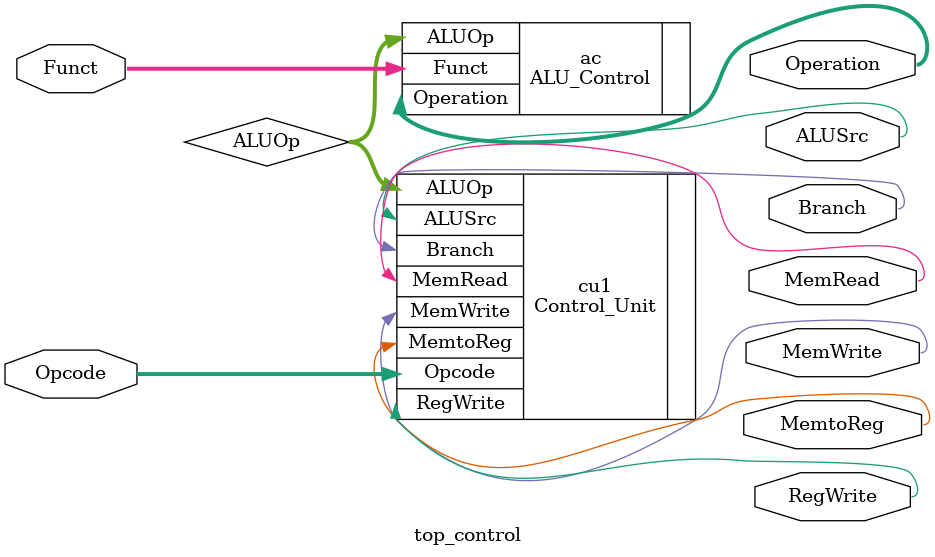
<source format=v>
module top_control
(
  input [6:0]Opcode,
  input [3:0]Funct,
  output wire Branch, MemRead, MemtoReg, MemWrite, ALUSrc, RegWrite,
  output wire [3:0]Operation
);

wire [1:0]ALUOp;

Control_Unit cu1
(
  .Branch(Branch),
  .MemRead(MemRead),
  .MemtoReg(MemtoReg),
  .MemWrite(MemWrite),
  .ALUSrc(ALUSrc),
  .RegWrite(RegWrite),
  .ALUOp(ALUOp),
  .Opcode(Opcode)
);

ALU_Control ac
(
  .ALUOp(ALUOp),
  .Funct(Funct),
  .Operation(Operation)
);

endmodule
</source>
